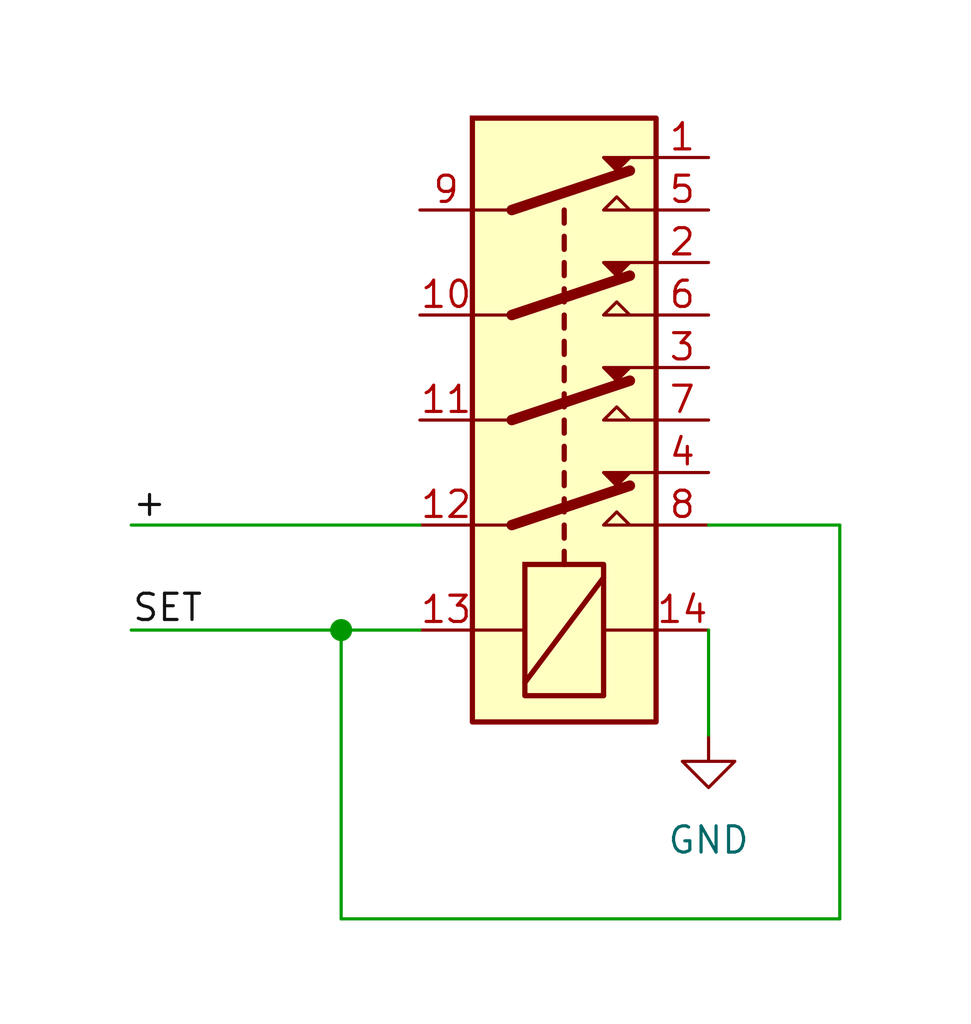
<source format=kicad_sch>
(kicad_sch (version 20250114) (generator "eeschema") (generator_version "9.0")
  (paper "User" 46.99 49.53)
  (lib_symbols
    (symbol "power:GND" (power) (pin_numbers (hide yes)) (pin_names (offset 0) (hide yes))
      (property "Value" "GND" (at 0 -3.81 0))
      (symbol "GND_0_1"
        (polyline (pts (xy 0 0) (xy 0 -1.27) (xy 1.27 -1.27) (xy 0 -2.54) (xy -1.27 -1.27) (xy 0 -1.27)))
      )
      (symbol "GND_1_1"
        (pin power_in line (at 0 0 270) (length 0) (name "~") (number "1"))
      )
    )
    (symbol "relay:4PDT"
      (property "Reference" "K" (at 5.842 6.858 0))
      (property "Value" "4PDT" (at 9.398 -24.892 0))
      (symbol "4PDT_0_1"
        (rectangle (start 5.08 5.715) (end 13.97 -23.495) (stroke (width 0.254)) (fill (type background)))
        (polyline (pts (xy 5.08 1.27) (xy 6.985 1.27)))
        (polyline (pts (xy 5.08 -3.81) (xy 6.985 -3.81)))
        (polyline (pts (xy 5.08 -8.89) (xy 6.985 -8.89)))
        (polyline (pts (xy 5.08 -13.97) (xy 6.985 -13.97)))
        (polyline (pts (xy 5.08 -19.05) (xy 7.62 -19.05)))
        (polyline (pts (xy 6.985 1.27) (xy 12.7 3.175)) (stroke (width 0.508)))
        (polyline (pts (xy 6.985 -3.81) (xy 12.7 -1.905)) (stroke (width 0.508)))
        (polyline (pts (xy 6.985 -8.89) (xy 12.7 -6.985)) (stroke (width 0.508)))
        (polyline (pts (xy 6.985 -13.97) (xy 12.7 -12.065)) (stroke (width 0.508)))
        (polyline (pts (xy 7.62 -21.59) (xy 11.43 -16.51)) (stroke (width 0.254)))
        (polyline (pts (xy 9.525 0.635) (xy 9.525 1.27)) (stroke (width 0.254)))
        (polyline (pts (xy 9.525 -0.635) (xy 9.525 0)) (stroke (width 0.254)))
        (polyline (pts (xy 9.525 -1.905) (xy 9.525 -1.27)) (stroke (width 0.254)))
        (polyline (pts (xy 9.525 -3.175) (xy 9.525 -2.54)) (stroke (width 0.254)))
        (polyline (pts (xy 9.525 -4.445) (xy 9.525 -3.81)) (stroke (width 0.254)))
        (polyline (pts (xy 9.525 -5.715) (xy 9.525 -5.08)) (stroke (width 0.254)))
        (polyline (pts (xy 9.525 -6.985) (xy 9.525 -6.35)) (stroke (width 0.254)))
        (polyline (pts (xy 9.525 -8.255) (xy 9.525 -7.62)) (stroke (width 0.254)))
        (polyline (pts (xy 9.525 -9.525) (xy 9.525 -8.89)) (stroke (width 0.254)))
        (polyline (pts (xy 9.525 -10.795) (xy 9.525 -10.16)) (stroke (width 0.254)))
        (polyline (pts (xy 9.525 -12.065) (xy 9.525 -11.43)) (stroke (width 0.254)))
        (polyline (pts (xy 9.525 -13.335) (xy 9.525 -12.7)) (stroke (width 0.254)))
        (polyline (pts (xy 9.525 -14.605) (xy 9.525 -13.97)) (stroke (width 0.254)))
        (polyline (pts (xy 9.525 -15.875) (xy 9.525 -15.24)) (stroke (width 0.254)))
        (polyline (pts (xy 11.43 -19.05) (xy 13.97 -19.05)))
        (polyline (pts (xy 13.97 3.81) (xy 11.43 3.81) (xy 12.065 3.175) (xy 12.7 3.81)) (fill (type outline)))
        (polyline (pts (xy 13.97 1.27) (xy 11.43 1.27) (xy 12.065 1.905) (xy 12.7 1.27)))
        (polyline (pts (xy 13.97 -1.27) (xy 11.43 -1.27) (xy 12.065 -1.905) (xy 12.7 -1.27)) (fill (type outline)))
        (polyline (pts (xy 13.97 -3.81) (xy 11.43 -3.81) (xy 12.065 -3.175) (xy 12.7 -3.81)))
        (polyline (pts (xy 13.97 -6.35) (xy 11.43 -6.35) (xy 12.065 -6.985) (xy 12.7 -6.35)) (fill (type outline)))
        (polyline (pts (xy 13.97 -8.89) (xy 11.43 -8.89) (xy 12.065 -8.255) (xy 12.7 -8.89)))
        (polyline (pts (xy 13.97 -11.43) (xy 11.43 -11.43) (xy 12.065 -12.065) (xy 12.7 -11.43)) (fill (type outline)))
        (polyline (pts (xy 13.97 -13.97) (xy 11.43 -13.97) (xy 12.065 -13.335) (xy 12.7 -13.97)))
      )
      (symbol "4PDT_1_1"
        (rectangle (start 11.43 -15.875) (end 7.62 -22.225) (stroke (width 0.254)))
        (pin passive line (at 2.54 1.27 0) (length 2.54) (name "") (number "9"))
        (pin passive line (at 2.54 -3.81 0) (length 2.54) (name "") (number "10"))
        (pin passive line (at 2.54 -8.89 0) (length 2.54) (name "") (number "11"))
        (pin passive line (at 2.54 -13.97 0) (length 2.54) (name "") (number "12"))
        (pin passive line (at 2.54 -19.05 0) (length 2.54) (name "") (number "13"))
        (pin passive line (at 16.51 3.81 180) (length 2.54) (name "") (number "1"))
        (pin passive line (at 16.51 1.27 180) (length 2.54) (name "") (number "5"))
        (pin passive line (at 16.51 -1.27 180) (length 2.54) (name "") (number "2"))
        (pin passive line (at 16.51 -3.81 180) (length 2.54) (name "") (number "6"))
        (pin passive line (at 16.51 -6.35 180) (length 2.54) (name "") (number "3"))
        (pin passive line (at 16.51 -8.89 180) (length 2.54) (name "") (number "7"))
        (pin passive line (at 16.51 -11.43 180) (length 2.54) (name "") (number "4"))
        (pin passive line (at 16.51 -13.97 180) (length 2.54) (name "") (number "8"))
        (pin passive line (at 16.51 -19.05 180) (length 2.54) (name "") (number "14"))
      )
    )
  )
  (junction (at 16.51 30.48))
  (wire (pts (xy 40.64 25.4) (xy 40.64 44.45)))
  (wire (pts (xy 40.64 44.45) (xy 16.51 44.45)))
  (wire (pts (xy 34.29 30.48) (xy 34.29 35.56)))
  (wire (pts (xy 16.51 30.48) (xy 16.51 44.45)))
  (wire (pts (xy 6.35 30.48) (xy 16.51 30.48)))
  (wire (pts (xy 16.51 30.48) (xy 20.32 30.48)))
  (wire (pts (xy 34.29 25.4) (xy 40.64 25.4)))
  (wire (pts (xy 6.35 25.4) (xy 20.32 25.4)))
  (label "+" (at 6.35 25.4 0))
  (label "SET" (at 6.35 30.48 0))
  (symbol (lib_id "relay:4PDT") (at 17.78 11.43 0) (unit 1)
    (property "Reference" "K1" (effects (hide yes)))
    (property "Value" "4PDT" (effects (hide yes)))
    (property "Datasheet" "https://edata.omron.com.au/eData/Relays/J111-E1-03.pdf" (effects (hide yes)))
  )
  (symbol (lib_id "power:GND") (at 34.29 35.56 0) (unit 1)
    (property "Reference" "#PWR01" (effects (hide yes)))
    (property "Value" "GND" (at 34.29 40.64 0))
    (property "Description" "Power symbol creates a global label with name \"GND\" , ground" (effects (hide yes)))
  )
)
</source>
